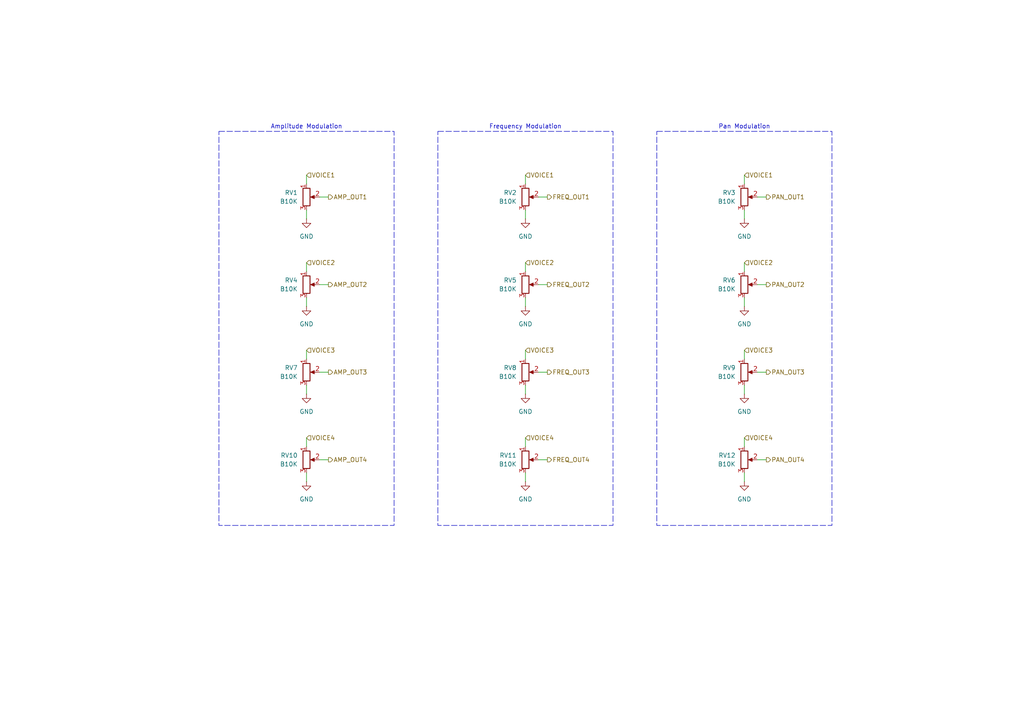
<source format=kicad_sch>
(kicad_sch (version 20231120) (generator "eeschema") (generator_version "8.0")
  (paper "A4")
  (title_block (title "Modulation Matrix - One Voice") (date "2024-08-24") (rev "1.0"))
  (lib_symbols
    (symbol "Device:R_Potentiometer" (pin_names (offset 1.016) hide)
      (property "Reference" "RV" (at -4.445 0 90))
      (property "Value" "R_Potentiometer" (at -2.54 0 90))
      (symbol "R_Potentiometer_0_1"
        (polyline (pts (xy 2.54 0) (xy 1.524 0)))
        (polyline (pts (xy 1.143 0) (xy 2.286 0.508) (xy 2.286 -0.508) (xy 1.143 0)) (fill (type outline)))
        (rectangle (start 1.016 2.54) (end -1.016 -2.54) (stroke (width 0.254)))
      )
      (symbol "R_Potentiometer_1_1"
        (pin passive line (at 0 3.81 270) (length 1.27) (name "1") (number "1"))
        (pin passive line (at 3.81 0 180) (length 1.27) (name "2") (number "2"))
        (pin passive line (at 0 -3.81 90) (length 1.27) (name "3") (number "3"))
      )
    )
    (symbol "power:GND" (power) (pin_numbers hide) (pin_names (offset 0) hide)
      (property "Value" "GND" (at 0 -3.81 0))
      (symbol "GND_0_1"
        (polyline (pts (xy 0 0) (xy 0 -1.27) (xy 1.27 -1.27) (xy 0 -2.54) (xy -1.27 -1.27) (xy 0 -1.27)))
      )
      (symbol "GND_1_1"
        (pin power_in line (at 0 0 270) (length 0) (name "~") (number "1"))
      )
    )
  )
  (wire (pts (xy 88.9 60.96) (xy 88.9 63.5)))
  (wire (pts (xy 152.4 101.6) (xy 152.4 104.14)))
  (wire (pts (xy 156.21 82.55) (xy 158.75 82.55)))
  (wire (pts (xy 152.4 76.2) (xy 152.4 78.74)))
  (wire (pts (xy 92.71 133.35) (xy 95.25 133.35)))
  (wire (pts (xy 152.4 111.76) (xy 152.4 114.3)))
  (wire (pts (xy 215.9 101.6) (xy 215.9 104.14)))
  (wire (pts (xy 215.9 50.8) (xy 215.9 53.34)))
  (wire (pts (xy 156.21 107.95) (xy 158.75 107.95)))
  (wire (pts (xy 152.4 50.8) (xy 152.4 53.34)))
  (wire (pts (xy 152.4 137.16) (xy 152.4 139.7)))
  (wire (pts (xy 215.9 86.36) (xy 215.9 88.9)))
  (wire (pts (xy 88.9 101.6) (xy 88.9 104.14)))
  (wire (pts (xy 215.9 137.16) (xy 215.9 139.7)))
  (wire (pts (xy 92.71 82.55) (xy 95.25 82.55)))
  (wire (pts (xy 219.71 107.95) (xy 222.25 107.95)))
  (wire (pts (xy 215.9 127) (xy 215.9 129.54)))
  (wire (pts (xy 152.4 127) (xy 152.4 129.54)))
  (wire (pts (xy 156.21 133.35) (xy 158.75 133.35)))
  (wire (pts (xy 215.9 60.96) (xy 215.9 63.5)))
  (wire (pts (xy 156.21 57.15) (xy 158.75 57.15)))
  (wire (pts (xy 88.9 76.2) (xy 88.9 78.74)))
  (wire (pts (xy 219.71 133.35) (xy 222.25 133.35)))
  (wire (pts (xy 219.71 82.55) (xy 222.25 82.55)))
  (wire (pts (xy 92.71 57.15) (xy 95.25 57.15)))
  (wire (pts (xy 88.9 86.36) (xy 88.9 88.9)))
  (wire (pts (xy 219.71 57.15) (xy 222.25 57.15)))
  (wire (pts (xy 152.4 60.96) (xy 152.4 63.5)))
  (wire (pts (xy 88.9 137.16) (xy 88.9 139.7)))
  (wire (pts (xy 88.9 111.76) (xy 88.9 114.3)))
  (wire (pts (xy 215.9 76.2) (xy 215.9 78.74)))
  (wire (pts (xy 152.4 86.36) (xy 152.4 88.9)))
  (wire (pts (xy 92.71 107.95) (xy 95.25 107.95)))
  (wire (pts (xy 88.9 127) (xy 88.9 129.54)))
  (wire (pts (xy 215.9 111.76) (xy 215.9 114.3)))
  (wire (pts (xy 88.9 50.8) (xy 88.9 53.34)))
  (rectangle (start 63.5 38.1) (end 114.3 152.4) (stroke (width 0) (type dash)))
  (rectangle (start 127 38.1) (end 177.8 152.4) (stroke (width 0) (type dash)))
  (rectangle (start 190.5 38.1) (end 241.3 152.4) (stroke (width 0) (type dash)))
  (text "Pan Modulation" (at 215.9 36.83 0) (effects (font (size 1.27 1.27))))
  (text "Amplitude Modulation" (at 88.9 36.83 0) (effects (font (size 1.27 1.27))))
  (text "Frequency Modulation" (at 152.4 36.83 0) (effects (font (size 1.27 1.27))))
  (hierarchical_label "VOICE1" (shape input) (at 215.9 50.8 0))
  (hierarchical_label "VOICE3" (shape input) (at 215.9 101.6 0))
  (hierarchical_label "AMP_OUT4" (shape output) (at 95.25 133.35 0))
  (hierarchical_label "VOICE2" (shape input) (at 152.4 76.2 0))
  (hierarchical_label "VOICE4" (shape input) (at 88.9 127 0))
  (hierarchical_label "FREQ_OUT2" (shape output) (at 158.75 82.55 0))
  (hierarchical_label "PAN_OUT2" (shape output) (at 222.25 82.55 0))
  (hierarchical_label "AMP_OUT1" (shape output) (at 95.25 57.15 0))
  (hierarchical_label "VOICE2" (shape input) (at 88.9 76.2 0))
  (hierarchical_label "VOICE1" (shape input) (at 152.4 50.8 0))
  (hierarchical_label "PAN_OUT3" (shape output) (at 222.25 107.95 0))
  (hierarchical_label "FREQ_OUT1" (shape output) (at 158.75 57.15 0))
  (hierarchical_label "VOICE2" (shape input) (at 215.9 76.2 0))
  (hierarchical_label "FREQ_OUT4" (shape output) (at 158.75 133.35 0))
  (hierarchical_label "VOICE1" (shape input) (at 88.9 50.8 0))
  (hierarchical_label "VOICE4" (shape input) (at 152.4 127 0))
  (hierarchical_label "VOICE4" (shape input) (at 215.9 127 0))
  (hierarchical_label "AMP_OUT2" (shape output) (at 95.25 82.55 0))
  (hierarchical_label "VOICE3" (shape input) (at 88.9 101.6 0))
  (hierarchical_label "AMP_OUT3" (shape output) (at 95.25 107.95 0))
  (hierarchical_label "PAN_OUT1" (shape output) (at 222.25 57.15 0))
  (hierarchical_label "PAN_OUT4" (shape output) (at 222.25 133.35 0))
  (hierarchical_label "FREQ_OUT3" (shape output) (at 158.75 107.95 0))
  (hierarchical_label "VOICE3" (shape input) (at 152.4 101.6 0))
  (symbol (lib_id "Device:R_Potentiometer") (at 215.9 82.55 0) (unit 1)
    (property "Reference" "RV6" (at 213.36 81.2799 0) (effects (justify right)))
    (property "Value" "B10K" (at 213.36 83.8199 0) (effects (justify right)))
    (property "Footprint" "Kromftronics_Custom:Potentiometer_Alpha_slide_pot_30mm" (effects (hide yes)))
    (property "Description" "Potentiometer" (effects (hide yes)))
    (instances (project "solstrejf-modmatrix-pots" (path "" (reference "RV6") (unit 1)) (path "" (reference "RV42") (unit 1)) (path "" (reference "RV30") (unit 1)) (path "" (reference "RV18") (unit 1))))
  )
  (symbol (lib_id "Device:R_Potentiometer") (at 88.9 133.35 0) (unit 1)
    (property "Reference" "RV10" (at 86.36 132.0799 0) (effects (justify right)))
    (property "Value" "B10K" (at 86.36 134.6199 0) (effects (justify right)))
    (property "Footprint" "Kromftronics_Custom:Potentiometer_Alpha_slide_pot_30mm" (effects (hide yes)))
    (property "Description" "Potentiometer" (effects (hide yes)))
    (instances (project "solstrejf-modmatrix-pots" (path "" (reference "RV10") (unit 1)) (path "" (reference "RV46") (unit 1)) (path "" (reference "RV34") (unit 1)) (path "" (reference "RV22") (unit 1))))
  )
  (symbol (lib_id "Device:R_Potentiometer") (at 152.4 133.35 0) (unit 1)
    (property "Reference" "RV11" (at 149.86 132.0799 0) (effects (justify right)))
    (property "Value" "B10K" (at 149.86 134.6199 0) (effects (justify right)))
    (property "Footprint" "Kromftronics_Custom:Potentiometer_Alpha_slide_pot_30mm" (effects (hide yes)))
    (property "Description" "Potentiometer" (effects (hide yes)))
    (instances (project "solstrejf-modmatrix-pots" (path "" (reference "RV11") (unit 1)) (path "" (reference "RV47") (unit 1)) (path "" (reference "RV35") (unit 1)) (path "" (reference "RV23") (unit 1))))
  )
  (symbol (lib_id "Device:R_Potentiometer") (at 152.4 107.95 0) (unit 1)
    (property "Reference" "RV8" (at 149.86 106.6799 0) (effects (justify right)))
    (property "Value" "B10K" (at 149.86 109.2199 0) (effects (justify right)))
    (property "Footprint" "Kromftronics_Custom:Potentiometer_Alpha_slide_pot_30mm" (effects (hide yes)))
    (property "Description" "Potentiometer" (effects (hide yes)))
    (instances (project "solstrejf-modmatrix-pots" (path "" (reference "RV8") (unit 1)) (path "" (reference "RV44") (unit 1)) (path "" (reference "RV32") (unit 1)) (path "" (reference "RV20") (unit 1))))
  )
  (symbol (lib_id "power:GND") (at 215.9 139.7 0) (unit 1)
    (property "Reference" "#PWR012" (effects (hide yes)))
    (property "Value" "GND" (at 215.9 144.78 0))
    (property "Description" "Power symbol creates a global label with name \"GND\" , ground" (effects (hide yes)))
    (instances (project "solstrejf-modmatrix-pots" (path "" (reference "#PWR012") (unit 1)) (path "" (reference "#PWR048") (unit 1)) (path "" (reference "#PWR036") (unit 1)) (path "" (reference "#PWR024") (unit 1))))
  )
  (symbol (lib_id "Device:R_Potentiometer") (at 215.9 57.15 0) (unit 1)
    (property "Reference" "RV3" (at 213.36 55.8799 0) (effects (justify right)))
    (property "Value" "B10K" (at 213.36 58.4199 0) (effects (justify right)))
    (property "Footprint" "Kromftronics_Custom:Potentiometer_Alpha_slide_pot_30mm" (effects (hide yes)))
    (property "Description" "Potentiometer" (effects (hide yes)))
    (instances (project "solstrejf-modmatrix-pots" (path "" (reference "RV3") (unit 1)) (path "" (reference "RV39") (unit 1)) (path "" (reference "RV27") (unit 1)) (path "" (reference "RV15") (unit 1))))
  )
  (symbol (lib_id "power:GND") (at 152.4 139.7 0) (unit 1)
    (property "Reference" "#PWR05" (effects (hide yes)))
    (property "Value" "GND" (at 152.4 144.78 0))
    (property "Description" "Power symbol creates a global label with name \"GND\" , ground" (effects (hide yes)))
    (instances (project "solstrejf-modmatrix-pots" (path "" (reference "#PWR05") (unit 1)) (path "" (reference "#PWR047") (unit 1)) (path "" (reference "#PWR035") (unit 1)) (path "" (reference "#PWR023") (unit 1))))
  )
  (symbol (lib_id "power:GND") (at 152.4 114.3 0) (unit 1)
    (property "Reference" "#PWR06" (effects (hide yes)))
    (property "Value" "GND" (at 152.4 119.38 0))
    (property "Description" "Power symbol creates a global label with name \"GND\" , ground" (effects (hide yes)))
    (instances (project "solstrejf-modmatrix-pots" (path "" (reference "#PWR06") (unit 1)) (path "" (reference "#PWR044") (unit 1)) (path "" (reference "#PWR032") (unit 1)) (path "" (reference "#PWR020") (unit 1))))
  )
  (symbol (lib_id "Device:R_Potentiometer") (at 215.9 107.95 0) (unit 1)
    (property "Reference" "RV9" (at 213.36 106.6799 0) (effects (justify right)))
    (property "Value" "B10K" (at 213.36 109.2199 0) (effects (justify right)))
    (property "Footprint" "Kromftronics_Custom:Potentiometer_Alpha_slide_pot_30mm" (effects (hide yes)))
    (property "Description" "Potentiometer" (effects (hide yes)))
    (instances (project "solstrejf-modmatrix-pots" (path "" (reference "RV9") (unit 1)) (path "" (reference "RV45") (unit 1)) (path "" (reference "RV33") (unit 1)) (path "" (reference "RV21") (unit 1))))
  )
  (symbol (lib_id "Device:R_Potentiometer") (at 88.9 82.55 0) (unit 1)
    (property "Reference" "RV4" (at 86.36 81.2799 0) (effects (justify right)))
    (property "Value" "B10K" (at 86.36 83.8199 0) (effects (justify right)))
    (property "Footprint" "Kromftronics_Custom:Potentiometer_Alpha_slide_pot_30mm" (effects (hide yes)))
    (property "Description" "Potentiometer" (effects (hide yes)))
    (instances (project "solstrejf-modmatrix-pots" (path "" (reference "RV4") (unit 1)) (path "" (reference "RV40") (unit 1)) (path "" (reference "RV28") (unit 1)) (path "" (reference "RV16") (unit 1))))
  )
  (symbol (lib_id "Device:R_Potentiometer") (at 152.4 57.15 0) (unit 1)
    (property "Reference" "RV2" (at 149.86 55.8799 0) (effects (justify right)))
    (property "Value" "B10K" (at 149.86 58.4199 0) (effects (justify right)))
    (property "Footprint" "Kromftronics_Custom:Potentiometer_Alpha_slide_pot_30mm" (effects (hide yes)))
    (property "Description" "Potentiometer" (effects (hide yes)))
    (instances (project "solstrejf-modmatrix-pots" (path "" (reference "RV2") (unit 1)) (path "" (reference "RV38") (unit 1)) (path "" (reference "RV26") (unit 1)) (path "" (reference "RV14") (unit 1))))
  )
  (symbol (lib_id "power:GND") (at 215.9 114.3 0) (unit 1)
    (property "Reference" "#PWR011" (effects (hide yes)))
    (property "Value" "GND" (at 215.9 119.38 0))
    (property "Description" "Power symbol creates a global label with name \"GND\" , ground" (effects (hide yes)))
    (instances (project "solstrejf-modmatrix-pots" (path "" (reference "#PWR011") (unit 1)) (path "" (reference "#PWR045") (unit 1)) (path "" (reference "#PWR033") (unit 1)) (path "" (reference "#PWR021") (unit 1))))
  )
  (symbol (lib_id "power:GND") (at 88.9 63.5 0) (unit 1)
    (property "Reference" "#PWR01" (effects (hide yes)))
    (property "Value" "GND" (at 88.9 68.58 0))
    (property "Description" "Power symbol creates a global label with name \"GND\" , ground" (effects (hide yes)))
    (instances (project "solstrejf-modmatrix-pots" (path "" (reference "#PWR01") (unit 1)) (path "" (reference "#PWR037") (unit 1)) (path "" (reference "#PWR025") (unit 1)) (path "" (reference "#PWR013") (unit 1))))
  )
  (symbol (lib_id "Device:R_Potentiometer") (at 88.9 107.95 0) (unit 1)
    (property "Reference" "RV7" (at 86.36 106.6799 0) (effects (justify right)))
    (property "Value" "B10K" (at 86.36 109.2199 0) (effects (justify right)))
    (property "Footprint" "Kromftronics_Custom:Potentiometer_Alpha_slide_pot_30mm" (effects (hide yes)))
    (property "Description" "Potentiometer" (effects (hide yes)))
    (instances (project "solstrejf-modmatrix-pots" (path "" (reference "RV7") (unit 1)) (path "" (reference "RV43") (unit 1)) (path "" (reference "RV31") (unit 1)) (path "" (reference "RV19") (unit 1))))
  )
  (symbol (lib_id "power:GND") (at 152.4 63.5 0) (unit 1)
    (property "Reference" "#PWR08" (effects (hide yes)))
    (property "Value" "GND" (at 152.4 68.58 0))
    (property "Description" "Power symbol creates a global label with name \"GND\" , ground" (effects (hide yes)))
    (instances (project "solstrejf-modmatrix-pots" (path "" (reference "#PWR08") (unit 1)) (path "" (reference "#PWR038") (unit 1)) (path "" (reference "#PWR026") (unit 1)) (path "" (reference "#PWR014") (unit 1))))
  )
  (symbol (lib_id "power:GND") (at 215.9 63.5 0) (unit 1)
    (property "Reference" "#PWR09" (effects (hide yes)))
    (property "Value" "GND" (at 215.9 68.58 0))
    (property "Description" "Power symbol creates a global label with name \"GND\" , ground" (effects (hide yes)))
    (instances (project "solstrejf-modmatrix-pots" (path "" (reference "#PWR09") (unit 1)) (path "" (reference "#PWR039") (unit 1)) (path "" (reference "#PWR027") (unit 1)) (path "" (reference "#PWR015") (unit 1))))
  )
  (symbol (lib_id "power:GND") (at 215.9 88.9 0) (unit 1)
    (property "Reference" "#PWR010" (effects (hide yes)))
    (property "Value" "GND" (at 215.9 93.98 0))
    (property "Description" "Power symbol creates a global label with name \"GND\" , ground" (effects (hide yes)))
    (instances (project "solstrejf-modmatrix-pots" (path "" (reference "#PWR010") (unit 1)) (path "" (reference "#PWR042") (unit 1)) (path "" (reference "#PWR030") (unit 1)) (path "" (reference "#PWR018") (unit 1))))
  )
  (symbol (lib_id "power:GND") (at 88.9 114.3 0) (unit 1)
    (property "Reference" "#PWR03" (effects (hide yes)))
    (property "Value" "GND" (at 88.9 119.38 0))
    (property "Description" "Power symbol creates a global label with name \"GND\" , ground" (effects (hide yes)))
    (instances (project "solstrejf-modmatrix-pots" (path "" (reference "#PWR03") (unit 1)) (path "" (reference "#PWR043") (unit 1)) (path "" (reference "#PWR031") (unit 1)) (path "" (reference "#PWR019") (unit 1))))
  )
  (symbol (lib_id "power:GND") (at 88.9 139.7 0) (unit 1)
    (property "Reference" "#PWR04" (effects (hide yes)))
    (property "Value" "GND" (at 88.9 144.78 0))
    (property "Description" "Power symbol creates a global label with name \"GND\" , ground" (effects (hide yes)))
    (instances (project "solstrejf-modmatrix-pots" (path "" (reference "#PWR04") (unit 1)) (path "" (reference "#PWR046") (unit 1)) (path "" (reference "#PWR034") (unit 1)) (path "" (reference "#PWR022") (unit 1))))
  )
  (symbol (lib_id "power:GND") (at 152.4 88.9 0) (unit 1)
    (property "Reference" "#PWR07" (effects (hide yes)))
    (property "Value" "GND" (at 152.4 93.98 0))
    (property "Description" "Power symbol creates a global label with name \"GND\" , ground" (effects (hide yes)))
    (instances (project "solstrejf-modmatrix-pots" (path "" (reference "#PWR07") (unit 1)) (path "" (reference "#PWR041") (unit 1)) (path "" (reference "#PWR029") (unit 1)) (path "" (reference "#PWR017") (unit 1))))
  )
  (symbol (lib_id "Device:R_Potentiometer") (at 152.4 82.55 0) (unit 1)
    (property "Reference" "RV5" (at 149.86 81.2799 0) (effects (justify right)))
    (property "Value" "B10K" (at 149.86 83.8199 0) (effects (justify right)))
    (property "Footprint" "Kromftronics_Custom:Potentiometer_Alpha_slide_pot_30mm" (effects (hide yes)))
    (property "Description" "Potentiometer" (effects (hide yes)))
    (instances (project "solstrejf-modmatrix-pots" (path "" (reference "RV5") (unit 1)) (path "" (reference "RV41") (unit 1)) (path "" (reference "RV29") (unit 1)) (path "" (reference "RV17") (unit 1))))
  )
  (symbol (lib_id "power:GND") (at 88.9 88.9 0) (unit 1)
    (property "Reference" "#PWR02" (effects (hide yes)))
    (property "Value" "GND" (at 88.9 93.98 0))
    (property "Description" "Power symbol creates a global label with name \"GND\" , ground" (effects (hide yes)))
    (instances (project "solstrejf-modmatrix-pots" (path "" (reference "#PWR02") (unit 1)) (path "" (reference "#PWR040") (unit 1)) (path "" (reference "#PWR028") (unit 1)) (path "" (reference "#PWR016") (unit 1))))
  )
  (symbol (lib_id "Device:R_Potentiometer") (at 88.9 57.15 0) (unit 1)
    (property "Reference" "RV1" (at 86.36 55.8799 0) (effects (justify right)))
    (property "Value" "B10K" (at 86.36 58.4199 0) (effects (justify right)))
    (property "Footprint" "Kromftronics_Custom:Potentiometer_Alpha_slide_pot_30mm" (effects (hide yes)))
    (property "Description" "Potentiometer" (effects (hide yes)))
    (instances (project "solstrejf-modmatrix-pots" (path "" (reference "RV1") (unit 1)) (path "" (reference "RV37") (unit 1)) (path "" (reference "RV25") (unit 1)) (path "" (reference "RV13") (unit 1))))
  )
  (symbol (lib_id "Device:R_Potentiometer") (at 215.9 133.35 0) (unit 1)
    (property "Reference" "RV12" (at 213.36 132.0799 0) (effects (justify right)))
    (property "Value" "B10K" (at 213.36 134.6199 0) (effects (justify right)))
    (property "Footprint" "Kromftronics_Custom:Potentiometer_Alpha_slide_pot_30mm" (effects (hide yes)))
    (property "Description" "Potentiometer" (effects (hide yes)))
    (instances (project "solstrejf-modmatrix-pots" (path "" (reference "RV12") (unit 1)) (path "" (reference "RV48") (unit 1)) (path "" (reference "RV36") (unit 1)) (path "" (reference "RV24") (unit 1))))
  )
)
</source>
